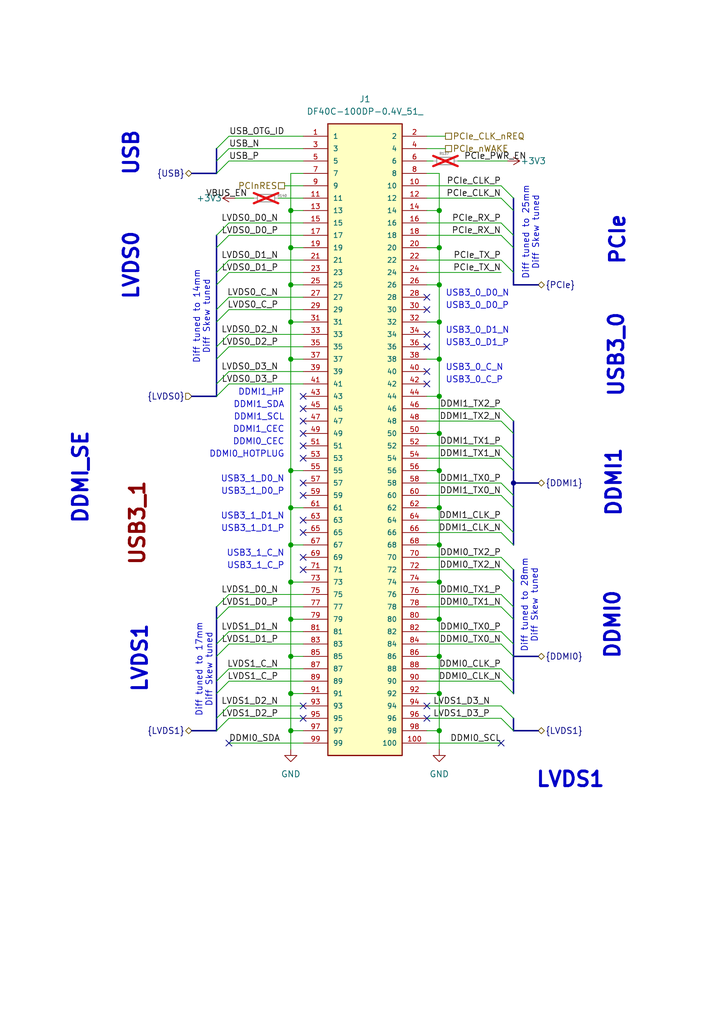
<source format=kicad_sch>
(kicad_sch (version 20250114) (generator "eeschema") (generator_version "9.0")
  (paper "A5" portrait)
  (title_block (title "${project_name}") (date "2025-06-24") (rev "${project_version}") (company "${project_creator}") (comment 1 "${project_license}"))
  (lib_symbols
    (symbol "+3V3_4" (power) (pin_numbers (hide yes)) (pin_names (offset 0) (hide yes))
      (property "Value" "+3V3" (at 0 3.556 0))
      (symbol "+3V3_4_0_1"
        (polyline (pts (xy -0.762 1.27) (xy 0 2.54)))
        (polyline (pts (xy 0 2.54) (xy 0.762 1.27)))
        (polyline (pts (xy 0 0) (xy 0 2.54)))
      )
      (symbol "+3V3_4_1_1"
        (pin power_in line (at 0 0 90) (length 0) (name "~") (number "1"))
      )
    )
    (symbol "DF40C-100DP-0.4V_51_:DF40C-100DP-0.4V_51_" (pin_names (offset 1.016))
      (property "Reference" "J" (at -7.62 64.262 0))
      (property "Value" "DF40C-100DP-0.4V_51_" (at -11.43 -67.31 0))
      (symbol "DF40C-100DP-0.4V_51__0_0"
        (rectangle (start -7.62 63.5) (end 7.62 -66.04) (stroke (width 0.254)) (fill (type background)))
        (pin passive line (at -12.7 60.96 0) (length 5.08) (name "1") (number "1"))
        (pin passive line (at -12.7 58.42 0) (length 5.08) (name "3") (number "3"))
        (pin passive line (at -12.7 55.88 0) (length 5.08) (name "5") (number "5"))
        (pin passive line (at -12.7 53.34 0) (length 5.08) (name "7") (number "7"))
        (pin passive line (at -12.7 50.8 0) (length 5.08) (name "9") (number "9"))
        (pin passive line (at -12.7 48.26 0) (length 5.08) (name "11") (number "11"))
        (pin passive line (at -12.7 45.72 0) (length 5.08) (name "13") (number "13"))
        (pin passive line (at -12.7 43.18 0) (length 5.08) (name "15") (number "15"))
        (pin passive line (at -12.7 40.64 0) (length 5.08) (name "17") (number "17"))
        (pin passive line (at -12.7 38.1 0) (length 5.08) (name "19") (number "19"))
        (pin passive line (at -12.7 35.56 0) (length 5.08) (name "21") (number "21"))
        (pin passive line (at -12.7 33.02 0) (length 5.08) (name "23") (number "23"))
        (pin passive line (at -12.7 30.48 0) (length 5.08) (name "25") (number "25"))
        (pin passive line (at -12.7 27.94 0) (length 5.08) (name "27") (number "27"))
        (pin passive line (at -12.7 25.4 0) (length 5.08) (name "29") (number "29"))
        (pin passive line (at -12.7 22.86 0) (length 5.08) (name "31") (number "31"))
        (pin passive line (at -12.7 20.32 0) (length 5.08) (name "33") (number "33"))
        (pin passive line (at -12.7 17.78 0) (length 5.08) (name "35") (number "35"))
        (pin passive line (at -12.7 15.24 0) (length 5.08) (name "37") (number "37"))
        (pin passive line (at -12.7 12.7 0) (length 5.08) (name "39") (number "39"))
        (pin passive line (at -12.7 10.16 0) (length 5.08) (name "41") (number "41"))
        (pin passive line (at -12.7 7.62 0) (length 5.08) (name "43") (number "43"))
        (pin passive line (at -12.7 5.08 0) (length 5.08) (name "45") (number "45"))
        (pin passive line (at -12.7 2.54 0) (length 5.08) (name "47") (number "47"))
        (pin passive line (at -12.7 0 0) (length 5.08) (name "49") (number "49"))
        (pin passive line (at -12.7 -2.54 0) (length 5.08) (name "51") (number "51"))
        (pin passive line (at -12.7 -5.08 0) (length 5.08) (name "53") (number "53"))
        (pin passive line (at -12.7 -7.62 0) (length 5.08) (name "55") (number "55"))
        (pin passive line (at -12.7 -10.16 0) (length 5.08) (name "57") (number "57"))
        (pin passive line (at -12.7 -12.7 0) (length 5.08) (name "59") (number "59"))
        (pin passive line (at -12.7 -15.24 0) (length 5.08) (name "61") (number "61"))
        (pin passive line (at -12.7 -17.78 0) (length 5.08) (name "63") (number "63"))
        (pin passive line (at -12.7 -20.32 0) (length 5.08) (name "65") (number "65"))
        (pin passive line (at -12.7 -22.86 0) (length 5.08) (name "67") (number "67"))
        (pin passive line (at -12.7 -25.4 0) (length 5.08) (name "69") (number "69"))
        (pin passive line (at -12.7 -27.94 0) (length 5.08) (name "71") (number "71"))
        (pin passive line (at -12.7 -30.48 0) (length 5.08) (name "73") (number "73"))
        (pin passive line (at -12.7 -33.02 0) (length 5.08) (name "75") (number "75"))
        (pin passive line (at -12.7 -35.56 0) (length 5.08) (name "77") (number "77"))
        (pin passive line (at -12.7 -38.1 0) (length 5.08) (name "79") (number "79"))
        (pin passive line (at -12.7 -40.64 0) (length 5.08) (name "81") (number "81"))
        (pin passive line (at -12.7 -43.18 0) (length 5.08) (name "83") (number "83"))
        (pin passive line (at -12.7 -45.72 0) (length 5.08) (name "85") (number "85"))
        (pin passive line (at -12.7 -48.26 0) (length 5.08) (name "87") (number "87"))
        (pin passive line (at -12.7 -50.8 0) (length 5.08) (name "89") (number "89"))
        (pin passive line (at -12.7 -53.34 0) (length 5.08) (name "91") (number "91"))
        (pin passive line (at -12.7 -55.88 0) (length 5.08) (name "93") (number "93"))
        (pin passive line (at -12.7 -58.42 0) (length 5.08) (name "95") (number "95"))
        (pin passive line (at -12.7 -60.96 0) (length 5.08) (name "97") (number "97"))
        (pin passive line (at -12.7 -63.5 0) (length 5.08) (name "99") (number "99"))
        (pin passive line (at 12.7 60.96 180) (length 5.08) (name "2") (number "2"))
        (pin passive line (at 12.7 58.42 180) (length 5.08) (name "4") (number "4"))
        (pin passive line (at 12.7 55.88 180) (length 5.08) (name "6") (number "6"))
        (pin passive line (at 12.7 53.34 180) (length 5.08) (name "8") (number "8"))
        (pin passive line (at 12.7 50.8 180) (length 5.08) (name "10") (number "10"))
        (pin passive line (at 12.7 48.26 180) (length 5.08) (name "12") (number "12"))
        (pin passive line (at 12.7 45.72 180) (length 5.08) (name "14") (number "14"))
        (pin passive line (at 12.7 43.18 180) (length 5.08) (name "16") (number "16"))
        (pin passive line (at 12.7 40.64 180) (length 5.08) (name "18") (number "18"))
        (pin passive line (at 12.7 38.1 180) (length 5.08) (name "20") (number "20"))
        (pin passive line (at 12.7 35.56 180) (length 5.08) (name "22") (number "22"))
        (pin passive line (at 12.7 33.02 180) (length 5.08) (name "24") (number "24"))
        (pin passive line (at 12.7 30.48 180) (length 5.08) (name "26") (number "26"))
        (pin passive line (at 12.7 27.94 180) (length 5.08) (name "28") (number "28"))
        (pin passive line (at 12.7 25.4 180) (length 5.08) (name "30") (number "30"))
        (pin passive line (at 12.7 22.86 180) (length 5.08) (name "32") (number "32"))
        (pin passive line (at 12.7 20.32 180) (length 5.08) (name "34") (number "34"))
        (pin passive line (at 12.7 17.78 180) (length 5.08) (name "36") (number "36"))
        (pin passive line (at 12.7 15.24 180) (length 5.08) (name "38") (number "38"))
        (pin passive line (at 12.7 12.7 180) (length 5.08) (name "40") (number "40"))
        (pin passive line (at 12.7 10.16 180) (length 5.08) (name "42") (number "42"))
        (pin passive line (at 12.7 7.62 180) (length 5.08) (name "44") (number "44"))
        (pin passive line (at 12.7 5.08 180) (length 5.08) (name "46") (number "46"))
        (pin passive line (at 12.7 2.54 180) (length 5.08) (name "48") (number "48"))
        (pin passive line (at 12.7 0 180) (length 5.08) (name "50") (number "50"))
        (pin passive line (at 12.7 -2.54 180) (length 5.08) (name "52") (number "52"))
        (pin passive line (at 12.7 -5.08 180) (length 5.08) (name "54") (number "54"))
        (pin passive line (at 12.7 -7.62 180) (length 5.08) (name "56") (number "56"))
        (pin passive line (at 12.7 -10.16 180) (length 5.08) (name "58") (number "58"))
        (pin passive line (at 12.7 -12.7 180) (length 5.08) (name "60") (number "60"))
        (pin passive line (at 12.7 -15.24 180) (length 5.08) (name "62") (number "62"))
        (pin passive line (at 12.7 -17.78 180) (length 5.08) (name "64") (number "64"))
        (pin passive line (at 12.7 -20.32 180) (length 5.08) (name "66") (number "66"))
        (pin passive line (at 12.7 -22.86 180) (length 5.08) (name "68") (number "68"))
        (pin passive line (at 12.7 -25.4 180) (length 5.08) (name "70") (number "70"))
        (pin passive line (at 12.7 -27.94 180) (length 5.08) (name "72") (number "72"))
        (pin passive line (at 12.7 -30.48 180) (length 5.08) (name "74") (number "74"))
        (pin passive line (at 12.7 -33.02 180) (length 5.08) (name "76") (number "76"))
        (pin passive line (at 12.7 -35.56 180) (length 5.08) (name "78") (number "78"))
        (pin passive line (at 12.7 -38.1 180) (length 5.08) (name "80") (number "80"))
        (pin passive line (at 12.7 -40.64 180) (length 5.08) (name "82") (number "82"))
        (pin passive line (at 12.7 -43.18 180) (length 5.08) (name "84") (number "84"))
        (pin passive line (at 12.7 -45.72 180) (length 5.08) (name "86") (number "86"))
        (pin passive line (at 12.7 -48.26 180) (length 5.08) (name "88") (number "88"))
        (pin passive line (at 12.7 -50.8 180) (length 5.08) (name "90") (number "90"))
        (pin passive line (at 12.7 -53.34 180) (length 5.08) (name "92") (number "92"))
        (pin passive line (at 12.7 -55.88 180) (length 5.08) (name "94") (number "94"))
        (pin passive line (at 12.7 -58.42 180) (length 5.08) (name "96") (number "96"))
        (pin passive line (at 12.7 -60.96 180) (length 5.08) (name "98") (number "98"))
        (pin passive line (at 12.7 -63.5 180) (length 5.08) (name "100") (number "100"))
      )
    )
    (symbol "Device:R_Small" (pin_numbers (hide yes)) (pin_names (offset 0.254) (hide yes))
      (property "Reference" "R" (at 0 0 90))
      (property "Value" "R_Small" (at 1.778 0 90))
      (symbol "R_Small_0_1"
        (rectangle (start -0.762 1.778) (end 0.762 -1.778) (stroke (width 0.2032)))
      )
      (symbol "R_Small_1_1"
        (pin passive line (at 0 2.54 270) (length 0.762) (name "~") (number "1"))
        (pin passive line (at 0 -2.54 90) (length 0.762) (name "~") (number "2"))
      )
    )
    (symbol "power:GND" (power) (pin_numbers (hide yes)) (pin_names (offset 0) (hide yes))
      (property "Value" "GND" (at 0 -3.81 0))
      (symbol "GND_0_1"
        (polyline (pts (xy 0 0) (xy 0 -1.27) (xy 1.27 -1.27) (xy 0 -2.54) (xy -1.27 -1.27) (xy 0 -1.27)))
      )
      (symbol "GND_1_1"
        (pin power_in line (at 0 0 270) (length 0) (name "~") (number "1"))
      )
    )
  )
  (bus_alias "LVDS0" (members "LVDS0_D0_P" "LVDS0_D0_N" "LVDS0_D1_P" "LVDS0_D1_N" "LVDS0_D2_P" "LVDS0_D2_N" "LVDS0_C_P" "LVDS0_C_N" "LVDS0_D3_P" "LVDS0_D3_N"))
  (bus_alias "LVDS1" (members "LVDS1_D0_P" "LVDS1_D0_N" "LVDS1_D1_P" "LVDS1_D1_N" "LVDS1_D2_P" "LVDS1_D2_N" "LVDS1_D3_P" "LVDS1_D3_N" "LVDS1_C_P" "LVDS1_C_N"))
  (bus_alias "PCIe" (members "PCIe_CLK_P" "PCIe_CLK_N" "PCIe_TX_P" "PCIe_TX_N" "PCIe_RX_P" "PCIe_RX_N"))
  (bus_alias "USB" (members "USB_N" "USB_P" "USB_OTG_ID"))
  (text "USB3_0" (at 126.492 72.898 90) (effects (font (size 3 3) (thickness 0.6) (bold yes))))
  (text "USB3_1_D1_N" (at 58.42 106.68 0) (effects (font (size 1.27 1.27)) (justify right bottom)))
  (text "USB3_1_D0_N" (at 58.42 99.06 0) (effects (font (size 1.27 1.27)) (justify right bottom)))
  (text "USB3_0_D0_P" (at 91.44 63.5 0) (effects (font (size 1.27 1.27)) (justify left bottom)))
  (text "LVDS0" (at 26.924 54.61 90) (effects (font (size 3 3) (thickness 0.6) (bold yes))))
  (text "Diff tuned to 14mm\nDiff Skew tuned\n" (at 41.402 65.024 90) (effects (font (size 1.27 1.27))))
  (text "Diff tuned to 25mm\nDiff Skew tuned\n" (at 108.966 47.752 90) (effects (font (size 1.27 1.27))))
  (text "DDMI1_HP" (at 58.42 81.28 0) (effects (font (size 1.27 1.27)) (justify right bottom)))
  (text "DDMI0_CEC" (at 58.42 91.44 0) (effects (font (size 1.27 1.27)) (justify right bottom)))
  (text "USB3_0_D0_N" (at 91.44 60.96 0) (effects (font (size 1.27 1.27)) (justify left bottom)))
  (text "USB3_0_D1_P" (at 91.44 71.12 0) (effects (font (size 1.27 1.27)) (justify left bottom)))
  (text "DDMI1" (at 125.984 99.06 90) (effects (font (size 3 3) (thickness 0.6) (bold yes))))
  (text "PCIe" (at 126.746 49.276 90) (effects (font (size 3 3) (thickness 0.6) (bold yes))))
  (text "DDMI1_CEC" (at 58.42 88.9 0) (effects (font (size 1.27 1.27)) (justify right bottom)))
  (text "DDMI0" (at 125.73 128.27 90) (effects (font (size 3 3) (thickness 0.6) (bold yes))))
  (text "USB3_1_D1_P" (at 58.42 109.22 0) (effects (font (size 1.27 1.27)) (justify right bottom)))
  (text "LVDS1" (at 28.702 135.128 90) (effects (font (size 3 3) (thickness 0.6) (bold yes))))
  (text "USB3_0_D1_N" (at 91.44 68.58 0) (effects (font (size 1.27 1.27)) (justify left bottom)))
  (text "DDMI1_SCL" (at 58.42 86.36 0) (effects (font (size 1.27 1.27)) (justify right bottom)))
  (text "USB3_1_D0_P" (at 58.42 101.6 0) (effects (font (size 1.27 1.27)) (justify right bottom)))
  (text "USB3_1" (at 28.194 107.442 90) (effects (font (size 3 3) (thickness 0.6) (bold yes))))
  (text "USB3_0_C_P" (at 91.44 78.74 0) (effects (font (size 1.27 1.27)) (justify left bottom)))
  (text "Diff tuned to 17mm\nDiff Skew tuned\n" (at 41.91 137.414 90) (effects (font (size 1.27 1.27))))
  (text "LVDS1" (at 117.094 160.02 0) (effects (font (size 3 3) (thickness 0.6) (bold yes))))
  (text "USB3_1_C_N" (at 58.42 114.3 0) (effects (font (size 1.27 1.27)) (justify right bottom)))
  (text "DDMI0_HOTPLUG" (at 58.42 93.98 0) (effects (font (size 1.27 1.27)) (justify right bottom)))
  (text "USB3_0_C_N" (at 91.44 76.2 0) (effects (font (size 1.27 1.27)) (justify left bottom)))
  (text "Diff tuned to 28mm\nDiff Skew tuned\n" (at 108.712 124.206 90) (effects (font (size 1.27 1.27))))
  (text "USB3_1_C_P" (at 58.42 116.84 0) (effects (font (size 1.27 1.27)) (justify right bottom)))
  (text "DDMI_SE" (at 16.51 98.044 90) (effects (font (size 3 3) (thickness 0.6) (bold yes))))
  (text "DDMI1_SDA" (at 58.42 83.82 0) (effects (font (size 1.27 1.27)) (justify right bottom)))
  (text "USB" (at 26.924 31.496 90) (effects (font (size 3 3) (thickness 0.6) (bold yes))))
  (junction (at 90.17 43.18))
  (junction (at 90.17 134.62))
  (junction (at 90.17 66.04))
  (junction (at 59.69 127))
  (junction (at 59.69 119.38))
  (junction (at 59.69 96.52))
  (junction (at 90.17 73.66))
  (junction (at 59.69 111.76))
  (junction (at 59.69 142.24))
  (junction (at 59.69 66.04))
  (junction (at 90.17 104.14))
  (junction (at 90.17 96.52))
  (junction (at 59.69 149.86))
  (junction (at 59.69 43.18))
  (junction (at 59.69 73.66))
  (junction (at 90.17 149.86))
  (junction (at 90.17 58.42))
  (junction (at 90.17 111.76))
  (junction (at 90.17 119.38))
  (junction (at 59.69 104.14))
  (junction (at 59.69 58.42))
  (junction (at 90.17 142.24))
  (junction (at 90.17 81.28))
  (junction (at 90.17 127))
  (junction (at 59.69 134.62))
  (junction (at 59.69 50.8))
  (junction (at 90.17 50.8))
  (junction (at 90.17 88.9))
  (junction (at 105.41 99.06))
  (no_connect (at 62.23 114.3))
  (no_connect (at 62.23 101.6))
  (no_connect (at 62.23 99.06))
  (no_connect (at 87.63 78.74))
  (no_connect (at 87.63 63.5))
  (no_connect (at 62.23 106.68))
  (no_connect (at 87.63 76.2))
  (no_connect (at 62.23 147.32))
  (no_connect (at 87.63 68.58))
  (no_connect (at 46.99 152.4))
  (no_connect (at 87.63 71.12))
  (no_connect (at 62.23 81.28))
  (no_connect (at 62.23 86.36))
  (no_connect (at 87.63 144.78))
  (no_connect (at 62.23 88.9))
  (no_connect (at 62.23 144.78))
  (no_connect (at 87.63 147.32))
  (no_connect (at 62.23 83.82))
  (no_connect (at 102.87 152.4))
  (no_connect (at 62.23 116.84))
  (no_connect (at 62.23 109.22))
  (no_connect (at 87.63 60.96))
  (no_connect (at 62.23 93.98))
  (no_connect (at 62.23 91.44))
  (bus_entry (at 102.87 93.98) (size 2.54 2.54))
  (bus_entry (at 46.99 147.32) (size -2.54 2.54))
  (bus_entry (at 102.87 124.46) (size 2.54 2.54))
  (bus_entry (at 102.87 139.7) (size 2.54 2.54))
  (bus_entry (at 102.87 137.16) (size 2.54 2.54))
  (bus_entry (at 44.45 48.26) (size 2.54 -2.54))
  (bus_entry (at 44.45 50.8) (size 2.54 -2.54))
  (bus_entry (at 102.87 106.68) (size 2.54 2.54))
  (bus_entry (at 102.87 91.44) (size 2.54 2.54))
  (bus_entry (at 44.45 63.5) (size 2.54 -2.54))
  (bus_entry (at 102.87 132.08) (size 2.54 2.54))
  (bus_entry (at 46.99 30.48) (size -2.54 2.54))
  (bus_entry (at 44.45 124.46) (size 2.54 -2.54))
  (bus_entry (at 46.99 144.78) (size -2.54 2.54))
  (bus_entry (at 102.87 48.26) (size 2.54 2.54))
  (bus_entry (at 102.87 116.84) (size 2.54 2.54))
  (bus_entry (at 44.45 134.62) (size 2.54 -2.54))
  (bus_entry (at 102.87 53.34) (size 2.54 2.54))
  (bus_entry (at 102.87 121.92) (size 2.54 2.54))
  (bus_entry (at 102.87 83.82) (size 2.54 2.54))
  (bus_entry (at 102.87 109.22) (size 2.54 2.54))
  (bus_entry (at 44.45 127) (size 2.54 -2.54))
  (bus_entry (at 102.87 99.06) (size 2.54 2.54))
  (bus_entry (at 44.45 142.24) (size 2.54 -2.54))
  (bus_entry (at 44.45 55.88) (size 2.54 -2.54))
  (bus_entry (at 102.87 114.3) (size 2.54 2.54))
  (bus_entry (at 102.87 86.36) (size 2.54 2.54))
  (bus_entry (at 44.45 81.28) (size 2.54 -2.54))
  (bus_entry (at 44.45 30.48) (size 2.54 -2.54))
  (bus_entry (at 102.87 45.72) (size 2.54 2.54))
  (bus_entry (at 44.45 71.12) (size 2.54 -2.54))
  (bus_entry (at 44.45 132.08) (size 2.54 -2.54))
  (bus_entry (at 44.45 66.04) (size 2.54 -2.54))
  (bus_entry (at 46.99 33.02) (size -2.54 2.54))
  (bus_entry (at 102.87 38.1) (size 2.54 2.54))
  (bus_entry (at 44.45 139.7) (size 2.54 -2.54))
  (bus_entry (at 102.87 40.64) (size 2.54 2.54))
  (bus_entry (at 102.87 144.78) (size 2.54 2.54))
  (bus_entry (at 44.45 58.42) (size 2.54 -2.54))
  (bus_entry (at 102.87 147.32) (size 2.54 2.54))
  (bus_entry (at 102.87 129.54) (size 2.54 2.54))
  (bus_entry (at 44.45 73.66) (size 2.54 -2.54))
  (bus_entry (at 102.87 101.6) (size 2.54 2.54))
  (bus_entry (at 44.45 78.74) (size 2.54 -2.54))
  (wire (pts (xy 93.98 33.02) (xy 104.14 33.02)))
  (bus (pts (xy 44.45 132.08) (xy 44.45 134.62)))
  (wire (pts (xy 48.26 40.64) (xy 52.07 40.64)))
  (wire (pts (xy 87.63 111.76) (xy 90.17 111.76)))
  (wire (pts (xy 59.69 149.86) (xy 62.23 149.86)))
  (bus (pts (xy 105.41 58.42) (xy 110.49 58.42)))
  (wire (pts (xy 46.99 71.12) (xy 62.23 71.12)))
  (wire (pts (xy 46.99 132.08) (xy 62.23 132.08)))
  (bus (pts (xy 105.41 116.84) (xy 105.41 119.38)))
  (bus (pts (xy 44.45 147.32) (xy 44.45 149.86)))
  (bus (pts (xy 44.45 30.48) (xy 44.45 33.02)))
  (wire (pts (xy 90.17 96.52) (xy 90.17 104.14)))
  (wire (pts (xy 90.17 81.28) (xy 90.17 88.9)))
  (wire (pts (xy 59.69 73.66) (xy 59.69 96.52)))
  (wire (pts (xy 46.99 30.48) (xy 62.23 30.48)))
  (wire (pts (xy 46.99 60.96) (xy 62.23 60.96)))
  (wire (pts (xy 46.99 152.4) (xy 62.23 152.4)))
  (wire (pts (xy 59.69 149.86) (xy 59.69 153.67)))
  (wire (pts (xy 87.63 114.3) (xy 102.87 114.3)))
  (bus (pts (xy 44.45 73.66) (xy 44.45 78.74)))
  (wire (pts (xy 46.99 48.26) (xy 62.23 48.26)))
  (wire (pts (xy 62.23 35.56) (xy 59.69 35.56)))
  (wire (pts (xy 59.69 43.18) (xy 59.69 50.8)))
  (wire (pts (xy 87.63 144.78) (xy 102.87 144.78)))
  (wire (pts (xy 59.69 119.38) (xy 59.69 127)))
  (wire (pts (xy 59.69 134.62) (xy 59.69 142.24)))
  (wire (pts (xy 59.69 35.56) (xy 59.69 43.18)))
  (wire (pts (xy 87.63 55.88) (xy 102.87 55.88)))
  (bus (pts (xy 44.45 58.42) (xy 44.45 63.5)))
  (wire (pts (xy 90.17 111.76) (xy 90.17 119.38)))
  (wire (pts (xy 87.63 152.4) (xy 102.87 152.4)))
  (wire (pts (xy 90.17 149.86) (xy 90.17 153.67)))
  (bus (pts (xy 44.45 71.12) (xy 44.45 73.66)))
  (bus (pts (xy 105.41 132.08) (xy 105.41 134.62)))
  (bus (pts (xy 44.45 48.26) (xy 44.45 50.8)))
  (bus (pts (xy 105.41 99.06) (xy 105.41 101.6)))
  (bus (pts (xy 105.41 48.26) (xy 105.41 50.8)))
  (wire (pts (xy 46.99 76.2) (xy 62.23 76.2)))
  (bus (pts (xy 44.45 127) (xy 44.45 132.08)))
  (wire (pts (xy 46.99 55.88) (xy 62.23 55.88)))
  (wire (pts (xy 87.63 35.56) (xy 90.17 35.56)))
  (wire (pts (xy 90.17 73.66) (xy 90.17 81.28)))
  (wire (pts (xy 90.17 50.8) (xy 90.17 58.42)))
  (wire (pts (xy 87.63 106.68) (xy 102.87 106.68)))
  (wire (pts (xy 59.69 142.24) (xy 62.23 142.24)))
  (wire (pts (xy 59.69 43.18) (xy 62.23 43.18)))
  (bus (pts (xy 105.41 134.62) (xy 105.41 139.7)))
  (wire (pts (xy 46.99 63.5) (xy 62.23 63.5)))
  (bus (pts (xy 105.41 40.64) (xy 105.41 43.18)))
  (wire (pts (xy 90.17 66.04) (xy 90.17 73.66)))
  (wire (pts (xy 59.69 50.8) (xy 62.23 50.8)))
  (bus (pts (xy 105.41 96.52) (xy 105.41 99.06)))
  (wire (pts (xy 87.63 149.86) (xy 90.17 149.86)))
  (wire (pts (xy 87.63 101.6) (xy 102.87 101.6)))
  (bus (pts (xy 105.41 88.9) (xy 105.41 93.98)))
  (wire (pts (xy 87.63 73.66) (xy 90.17 73.66)))
  (wire (pts (xy 87.63 91.44) (xy 102.87 91.44)))
  (wire (pts (xy 87.63 30.48) (xy 91.44 30.48)))
  (bus (pts (xy 44.45 55.88) (xy 44.45 58.42)))
  (wire (pts (xy 87.63 58.42) (xy 90.17 58.42)))
  (wire (pts (xy 59.69 50.8) (xy 59.69 58.42)))
  (wire (pts (xy 59.69 66.04) (xy 62.23 66.04)))
  (wire (pts (xy 87.63 43.18) (xy 90.17 43.18)))
  (wire (pts (xy 59.69 119.38) (xy 62.23 119.38)))
  (wire (pts (xy 46.99 129.54) (xy 62.23 129.54)))
  (wire (pts (xy 59.69 58.42) (xy 62.23 58.42)))
  (wire (pts (xy 87.63 38.1) (xy 102.87 38.1)))
  (bus (pts (xy 110.49 149.86) (xy 105.41 149.86)))
  (wire (pts (xy 59.69 142.24) (xy 59.69 149.86)))
  (wire (pts (xy 87.63 66.04) (xy 90.17 66.04)))
  (wire (pts (xy 90.17 88.9) (xy 90.17 96.52)))
  (bus (pts (xy 39.37 81.28) (xy 44.45 81.28)))
  (wire (pts (xy 87.63 109.22) (xy 102.87 109.22)))
  (bus (pts (xy 39.37 35.56) (xy 44.45 35.56)))
  (wire (pts (xy 58.42 38.1) (xy 62.23 38.1)))
  (bus (pts (xy 105.41 124.46) (xy 105.41 127)))
  (wire (pts (xy 90.17 35.56) (xy 90.17 43.18)))
  (wire (pts (xy 46.99 33.02) (xy 62.23 33.02)))
  (bus (pts (xy 105.41 50.8) (xy 105.41 55.88)))
  (wire (pts (xy 46.99 147.32) (xy 62.23 147.32)))
  (wire (pts (xy 90.17 142.24) (xy 90.17 149.86)))
  (wire (pts (xy 46.99 124.46) (xy 62.23 124.46)))
  (wire (pts (xy 59.69 96.52) (xy 59.69 104.14)))
  (wire (pts (xy 59.69 134.62) (xy 62.23 134.62)))
  (wire (pts (xy 46.99 144.78) (xy 62.23 144.78)))
  (bus (pts (xy 44.45 134.62) (xy 44.45 139.7)))
  (wire (pts (xy 87.63 96.52) (xy 90.17 96.52)))
  (wire (pts (xy 59.69 104.14) (xy 62.23 104.14)))
  (wire (pts (xy 87.63 119.38) (xy 90.17 119.38)))
  (wire (pts (xy 46.99 137.16) (xy 62.23 137.16)))
  (wire (pts (xy 59.69 127) (xy 59.69 134.62)))
  (wire (pts (xy 87.63 50.8) (xy 90.17 50.8)))
  (wire (pts (xy 87.63 137.16) (xy 102.87 137.16)))
  (bus (pts (xy 105.41 101.6) (xy 105.41 104.14)))
  (bus (pts (xy 39.37 149.86) (xy 44.45 149.86)))
  (wire (pts (xy 46.99 27.94) (xy 62.23 27.94)))
  (wire (pts (xy 90.17 43.18) (xy 90.17 50.8)))
  (wire (pts (xy 46.99 53.34) (xy 62.23 53.34)))
  (wire (pts (xy 87.63 139.7) (xy 102.87 139.7)))
  (wire (pts (xy 46.99 121.92) (xy 62.23 121.92)))
  (bus (pts (xy 105.41 99.06) (xy 110.49 99.06)))
  (wire (pts (xy 90.17 58.42) (xy 90.17 66.04)))
  (bus (pts (xy 44.45 142.24) (xy 44.45 147.32)))
  (wire (pts (xy 90.17 119.38) (xy 90.17 127)))
  (wire (pts (xy 59.69 127) (xy 62.23 127)))
  (wire (pts (xy 87.63 129.54) (xy 102.87 129.54)))
  (bus (pts (xy 105.41 58.42) (xy 105.41 55.88)))
  (bus (pts (xy 44.45 78.74) (xy 44.45 81.28)))
  (wire (pts (xy 87.63 45.72) (xy 102.87 45.72)))
  (bus (pts (xy 44.45 50.8) (xy 44.45 55.88)))
  (wire (pts (xy 59.69 96.52) (xy 62.23 96.52)))
  (wire (pts (xy 87.63 121.92) (xy 102.87 121.92)))
  (bus (pts (xy 105.41 86.36) (xy 105.41 88.9)))
  (wire (pts (xy 87.63 142.24) (xy 90.17 142.24)))
  (wire (pts (xy 87.63 40.64) (xy 102.87 40.64)))
  (wire (pts (xy 87.63 147.32) (xy 102.87 147.32)))
  (wire (pts (xy 87.63 99.06) (xy 102.87 99.06)))
  (wire (pts (xy 87.63 27.94) (xy 91.44 27.94)))
  (bus (pts (xy 105.41 147.32) (xy 105.41 149.86)))
  (wire (pts (xy 87.63 88.9) (xy 90.17 88.9)))
  (wire (pts (xy 59.69 66.04) (xy 59.69 73.66)))
  (wire (pts (xy 57.15 40.64) (xy 62.23 40.64)))
  (wire (pts (xy 46.99 78.74) (xy 62.23 78.74)))
  (wire (pts (xy 87.63 33.02) (xy 88.9 33.02)))
  (wire (pts (xy 87.63 53.34) (xy 102.87 53.34)))
  (bus (pts (xy 105.41 43.18) (xy 105.41 48.26)))
  (wire (pts (xy 87.63 81.28) (xy 90.17 81.28)))
  (wire (pts (xy 46.99 45.72) (xy 62.23 45.72)))
  (wire (pts (xy 87.63 134.62) (xy 90.17 134.62)))
  (bus (pts (xy 105.41 134.62) (xy 110.49 134.62)))
  (wire (pts (xy 59.69 104.14) (xy 59.69 111.76)))
  (wire (pts (xy 90.17 104.14) (xy 90.17 111.76)))
  (wire (pts (xy 87.63 83.82) (xy 102.87 83.82)))
  (wire (pts (xy 90.17 127) (xy 90.17 134.62)))
  (bus (pts (xy 44.45 139.7) (xy 44.45 142.24)))
  (bus (pts (xy 105.41 104.14) (xy 105.41 109.22)))
  (wire (pts (xy 87.63 93.98) (xy 102.87 93.98)))
  (wire (pts (xy 87.63 127) (xy 90.17 127)))
  (bus (pts (xy 44.45 33.02) (xy 44.45 35.56)))
  (bus (pts (xy 44.45 124.46) (xy 44.45 127)))
  (bus (pts (xy 44.45 63.5) (xy 44.45 66.04)))
  (bus (pts (xy 105.41 119.38) (xy 105.41 124.46)))
  (wire (pts (xy 59.69 58.42) (xy 59.69 66.04)))
  (bus (pts (xy 44.45 66.04) (xy 44.45 71.12)))
  (wire (pts (xy 87.63 86.36) (xy 102.87 86.36)))
  (wire (pts (xy 59.69 73.66) (xy 62.23 73.66)))
  (bus (pts (xy 105.41 127) (xy 105.41 132.08)))
  (wire (pts (xy 46.99 139.7) (xy 62.23 139.7)))
  (wire (pts (xy 87.63 48.26) (xy 102.87 48.26)))
  (bus (pts (xy 105.41 139.7) (xy 105.41 142.24)))
  (wire (pts (xy 90.17 134.62) (xy 90.17 142.24)))
  (bus (pts (xy 105.41 93.98) (xy 105.41 96.52)))
  (wire (pts (xy 46.99 68.58) (xy 62.23 68.58)))
  (wire (pts (xy 87.63 132.08) (xy 102.87 132.08)))
  (wire (pts (xy 59.69 111.76) (xy 62.23 111.76)))
  (wire (pts (xy 87.63 104.14) (xy 90.17 104.14)))
  (wire (pts (xy 59.69 111.76) (xy 59.69 119.38)))
  (bus (pts (xy 105.41 109.22) (xy 105.41 111.76)))
  (wire (pts (xy 87.63 116.84) (xy 102.87 116.84)))
  (wire (pts (xy 87.63 124.46) (xy 102.87 124.46)))
  (label "LVDS1_D1_P" (at 57.15 132.08 180))
  (label "DDMI1_TX2_N" (at 102.87 86.36 180))
  (label "LVDS0_D0_N" (at 57.15 45.72 180))
  (label "DDMI0_TX0_N" (at 102.87 132.08 180))
  (label "DDMI1_TX2_P" (at 102.87 83.82 180))
  (label "DDMI0_TX1_N" (at 102.87 124.46 180))
  (label "LVDS1_D3_N" (at 88.9 144.78 0))
  (label "USB_P" (at 46.99 33.02 0))
  (label "PCIe_TX_N" (at 102.87 55.88 180))
  (label "LVDS1_D3_P" (at 88.9 147.32 0))
  (label "PCIe_RX_N" (at 102.87 48.26 180))
  (label "LVDS0_D2_P" (at 57.15 71.12 180))
  (label "LVDS0_D3_P" (at 57.15 78.74 180))
  (label "LVDS1_C_P" (at 57.15 139.7 180))
  (label "LVDS0_C_P" (at 57.15 63.5 180))
  (label "DDMI1_TX0_P" (at 102.87 99.06 180))
  (label "PCIe_CLK_N" (at 102.87 40.64 180))
  (label "DDMI0_TX1_P" (at 102.87 121.92 180))
  (label "LVDS0_D2_N" (at 57.15 68.58 180))
  (label "LVDS0_D0_P" (at 57.15 48.26 180))
  (label "PCIe_PWR_EN" (at 95.25 33.02 0))
  (label "LVDS1_D0_P" (at 57.15 124.46 180))
  (label "DDMI1_TX0_N" (at 102.87 101.6 180))
  (label "DDMI1_TX1_P" (at 102.87 91.44 180))
  (label "LVDS1_D0_N" (at 57.15 121.92 180))
  (label "LVDS0_C_N" (at 57.15 60.96 180))
  (label "DDMI0_CLK_N" (at 102.87 139.7 180))
  (label "USB_OTG_ID" (at 58.42 27.94 180))
  (label "LVDS1_D2_P" (at 57.15 147.32 180))
  (label "LVDS0_D1_P" (at 57.15 55.88 180))
  (label "PCIe_RX_P" (at 102.87 45.72 180))
  (label "DDMI1_CLK_P" (at 102.87 106.68 180))
  (label "LVDS0_D1_N" (at 57.15 53.34 180))
  (label "LVDS1_D2_N" (at 57.15 144.78 180))
  (label "LVDS1_D1_N" (at 57.15 129.54 180))
  (label "DDMI1_TX1_N" (at 102.87 93.98 180))
  (label "DDMI1_CLK_N" (at 102.87 109.22 180))
  (label "LVDS1_C_N" (at 57.15 137.16 180))
  (label "DDMI0_TX2_N" (at 102.87 116.84 180))
  (label "PCIe_CLK_P" (at 102.87 38.1 180))
  (label "VBUS_EN" (at 50.8 40.64 180))
  (label "LVDS0_D3_N" (at 57.15 76.2 180))
  (label "DDMI0_SCL" (at 102.87 152.4 180))
  (label "DDMI0_TX2_P" (at 102.87 114.3 180))
  (label "DDMI0_SDA" (at 46.99 152.4 0))
  (label "DDMI0_CLK_P" (at 102.87 137.16 180))
  (label "USB_N" (at 46.99 30.48 0))
  (label "DDMI0_TX0_P" (at 102.87 129.54 180))
  (label "PCIe_TX_P" (at 102.87 53.34 180))
  (hierarchical_label "PCIe_nWAKE" (shape passive) (at 91.44 30.48 0))
  (hierarchical_label "{LVDS1}" (shape bidirectional) (at 110.49 149.86 0))
  (hierarchical_label "{PCIe}" (shape bidirectional) (at 110.49 58.42 0))
  (hierarchical_label "PCInRES" (shape passive) (at 58.42 38.1 180))
  (hierarchical_label "{DDMI1}" (shape bidirectional) (at 110.49 99.06 0))
  (hierarchical_label "{DDMI0}" (shape bidirectional) (at 110.49 134.62 0))
  (hierarchical_label "{LVDS1}" (shape bidirectional) (at 39.37 149.86 180))
  (hierarchical_label "PCIe_CLK_nREQ" (shape passive) (at 91.44 27.94 0))
  (hierarchical_label "{USB}" (shape bidirectional) (at 39.37 35.56 180))
  (hierarchical_label "{LVDS0}" (shape input) (at 39.37 81.28 180))
  (symbol (lib_id "DF40C-100DP-0.4V_51_:DF40C-100DP-0.4V_51_") (at 74.93 88.9 0) (unit 1)
    (property "Reference" "J1" (at 74.93 20.32 0))
    (property "Value" "DF40C-100DP-0.4V_51_" (at 74.93 22.86 0))
    (property "Footprint" "ulx5m-gs:HRS_DF40C-100DP-0.4V_51_" (effects (hide yes)))
    (property "MP" "DF40C-100DP-0.4V(51)" (effects (hide yes)))
  )
  (symbol (lib_name "+3V3_4") (lib_id "power:+3V3") (at 104.14 33.02 270) (unit 1)
    (property "Reference" "#PWR052" (effects (hide yes)))
    (property "Value" "+3V3" (at 109.474 33.02 90))
    (property "Description" "Power symbol creates a global label with name \"+3V3\"" (effects (hide yes)))
  )
  (symbol (lib_name "+3V3_4") (lib_id "power:+3V3") (at 48.26 40.64 90) (unit 1)
    (property "Reference" "#PWR051" (effects (hide yes)))
    (property "Value" "+3V3" (at 42.926 40.64 90))
    (property "Description" "Power symbol creates a global label with name \"+3V3\"" (effects (hide yes)))
  )
  (symbol (lib_id "Device:R_Small") (at 54.61 40.64 90) (unit 1) (exclude_from_sim yes) (in_bom no) (on_board no) (dnp yes)
    (property "Reference" "R140" (at 57.912 40.132 90) (effects (font (size 0.5 0.5))))
    (property "Value" "10k" (at 54.61 40.64 90) (effects (font (size 0.5 0.5))))
    (property "Footprint" "Resistor_SMD:R_0402_1005Metric" (effects (hide yes)))
    (property "Description" "Resistor, small symbol" (effects (hide yes)))
  )
  (symbol (lib_id "power:GND") (at 59.69 153.67 0) (unit 1)
    (property "Reference" "#PWR02" (effects (hide yes)))
    (property "Value" "GND" (at 59.69 158.75 0))
    (property "Description" "Power symbol creates a global label with name \"GND\" , ground" (effects (hide yes)))
  )
  (symbol (lib_id "Device:R_Small") (at 91.44 33.02 90) (unit 1) (in_bom no) (on_board no) (dnp yes)
    (property "Reference" "R137" (at 91.186 31.496 90) (effects (font (size 0.5 0.5))))
    (property "Value" "10k" (at 91.44 33.02 90) (effects (font (size 0.5 0.5))))
    (property "Footprint" "Resistor_SMD:R_0402_1005Metric" (effects (hide yes)))
    (property "Description" "Resistor, small symbol" (effects (hide yes)))
  )
  (symbol (lib_id "power:GND") (at 90.17 153.67 0) (unit 1)
    (property "Reference" "#PWR03" (effects (hide yes)))
    (property "Value" "GND" (at 90.17 158.75 0))
    (property "Description" "Power symbol creates a global label with name \"GND\" , ground" (effects (hide yes)))
  )
)
</source>
